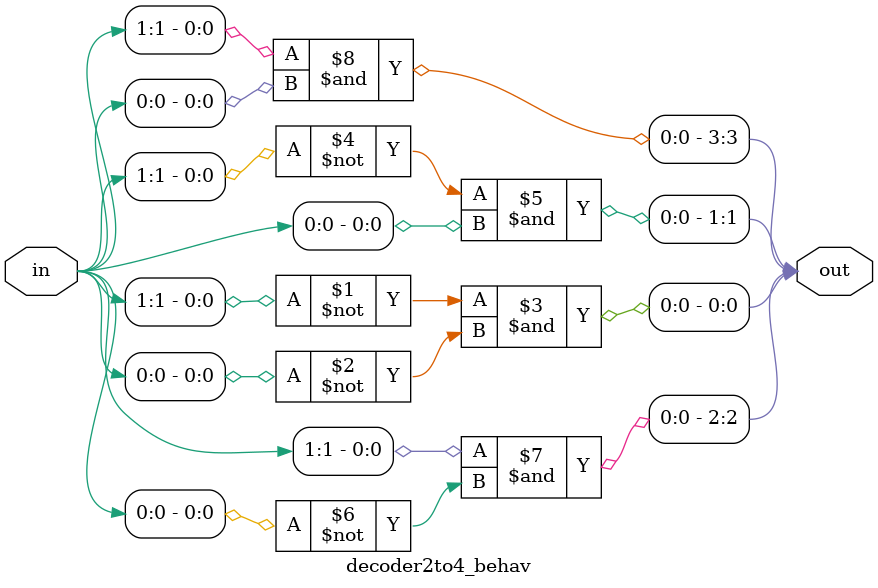
<source format=v>
module decoder2to4_behav (
    input  [1:0] in,   // 2-bit input
    output  [3:0] out    // 4-bit output
);

  assign out[0] = (~in[1] & ~in[0]);
  assign out[1] = (~in[1] &  in[0]);
  assign out[2] = ( in[1] & ~in[0]);
  assign out[3] = ( in[1] &  in[0]);

endmodule
</source>
